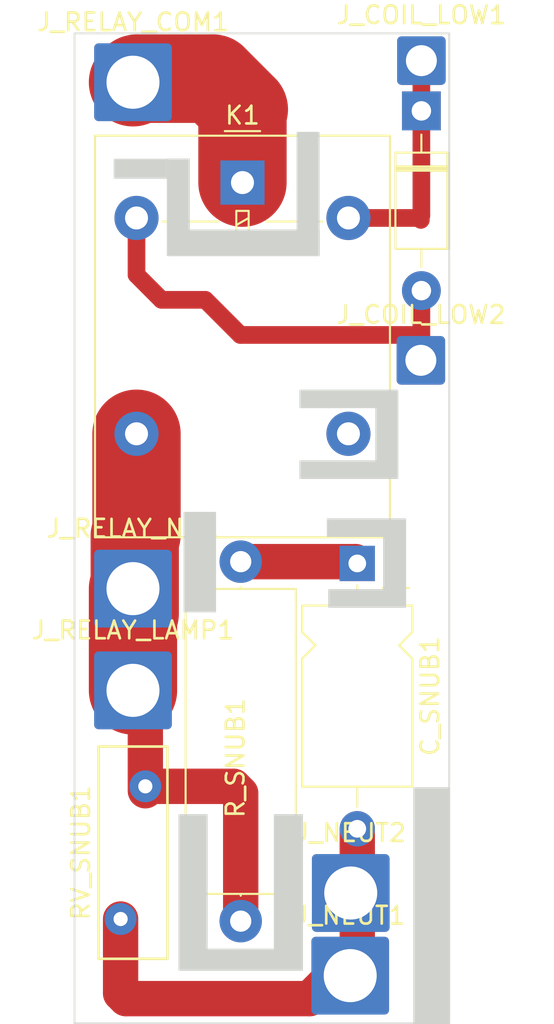
<source format=kicad_pcb>
(kicad_pcb (version 20240108) (generator "pcbnew") (generator_version "8.0")
  (layers (0 "F.Cu" signal) (31 "B.Cu" signal) (34 "B.Paste" user) (35 "F.Paste" user) (36 "B.SilkS" user "B.Silkscreen") (37 "F.SilkS" user "F.Silkscreen") (38 "B.Mask" user) (39 "F.Mask" user) (44 "Edge.Cuts" user))
  (net 0 "")
  (net 1 "+5V")
  (net 2 "Net-(D1-A)")
  (net 3 "Net-(J_RELAY_COM1-Pin_1)")
  (net 4 "Net-(J_RELAY_LAMP1-Pin_1)")
  (net 6 "Net-(C_SNUB1-Pad1)")
  (net 7 "NEUT")
  (footprint "Connector_Wire:SolderWire-1sqmm_1x01_D1.4mm_OD2.7mm" (layer "F.Cu") (at 18.98 1.6)
    (property "Reference" "J_COIL_LOW1" (at 0 -2.58 0) (layer "F.SilkS"))
    (property "Value" "Conn_01x01_Socket")
    (pad "1" thru_hole roundrect (at 0 0) (size 2.75 2.75) (drill 1.75) (layers "*.Cu" "*.Mask") (roundrect_rratio 0.090909) (net 1 "+5V"))
  )
  (footprint "Capacitor_THT:CP_Axial_L10.0mm_D6.0mm_P15.00mm_Horizontal" (layer "F.Cu") (at 15.35 30.02 -90)
    (property "Reference" "C_SNUB1" (at 7.5 -4.12 90) (layer "F.SilkS"))
    (property "Value" "C")
    (fp_line (start 2.38 3.12) (end 3.88 3.12) (stroke (width 0.12)) (layer "F.SilkS"))
    (fp_line (start 3.88 3.12) (end 4.63 2.37) (stroke (width 0.12)) (layer "F.SilkS"))
    (fp_line (start 5.38 3.12) (end 12.62 3.12) (stroke (width 0.12)) (layer "F.SilkS"))
    (fp_line (start 4.63 2.37) (end 5.38 3.12) (stroke (width 0.12)) (layer "F.SilkS"))
    (fp_line (start 1.24 0) (end 2.38 0) (stroke (width 0.12)) (layer "F.SilkS"))
    (fp_line (start 13.76 0) (end 12.62 0) (stroke (width 0.12)) (layer "F.SilkS"))
    (fp_line (start 0.63 -2.2) (end 2.13 -2.2) (stroke (width 0.12)) (layer "F.SilkS"))
    (fp_line (start 4.63 -2.37) (end 5.38 -3.12) (stroke (width 0.12)) (layer "F.SilkS"))
    (fp_line (start 1.38 -2.95) (end 1.38 -1.45) (stroke (width 0.12)) (layer "F.SilkS"))
    (fp_line (start 2.38 -3.12) (end 2.38 3.12) (stroke (width 0.12)) (layer "F.SilkS"))
    (fp_line (start 2.38 -3.12) (end 3.88 -3.12) (stroke (width 0.12)) (layer "F.SilkS"))
    (fp_line (start 3.88 -3.12) (end 4.63 -2.37) (stroke (width 0.12)) (layer "F.SilkS"))
    (fp_line (start 5.38 -3.12) (end 12.62 -3.12) (stroke (width 0.12)) (layer "F.SilkS"))
    (fp_line (start 12.62 -3.12) (end 12.62 3.12) (stroke (width 0.12)) (layer "F.SilkS"))
    (pad "1" thru_hole rect (at 0 0 270) (size 2 2) (drill 1) (layers "*.Cu" "*.Mask") (net 6 "Net-(C_SNUB1-Pad1)"))
    (pad "2" thru_hole oval (at 15 0 270) (size 2 2) (drill 1) (layers "*.Cu" "*.Mask") (net 7 "NEUT"))
  )
  (footprint "Relay_THT:Relay_SPDT_Omron-G5LE-1" (layer "F.Cu") (at 8.85 8.4925)
    (property "Reference" "K1" (at 0 -3.8 0) (layer "F.SilkS"))
    (property "Value" "G5LE-1")
    (fp_line (start -8.35 -2.65) (end -8.35 20.05) (stroke (width 0.12)) (layer "F.SilkS"))
    (fp_line (start -8.35 20.05) (end 8.35 20.05) (stroke (width 0.12)) (layer "F.SilkS"))
    (fp_line (start -4.5 2.2) (end -1.35 2.2) (stroke (width 0.12)) (layer "F.SilkS"))
    (fp_line (start -1 -2.91) (end 1 -2.91) (stroke (width 0.12)) (layer "F.SilkS"))
    (fp_line (start -0.35 1.6) (end -0.35 2.8) (stroke (width 0.12)) (layer "F.SilkS"))
    (fp_line (start -0.35 2.4) (end 0.35 2) (stroke (width 0.12)) (layer "F.SilkS"))
    (fp_line (start -0.35 2.8) (end 0.35 2.8) (stroke (width 0.12)) (layer "F.SilkS"))
    (fp_line (start 0.35 1.6) (end -0.35 1.6) (stroke (width 0.12)) (layer "F.SilkS"))
    (fp_line (start 0.35 2.8) (end 0.35 1.6) (stroke (width 0.12)) (layer "F.SilkS"))
    (fp_line (start 1.35 2.2) (end 4.5 2.2) (stroke (width 0.12)) (layer "F.SilkS"))
    (fp_line (start 8.35 -2.65) (end -8.35 -2.65) (stroke (width 0.12)) (layer "F.SilkS"))
    (fp_line (start 8.35 20.05) (end 8.35 -2.65) (stroke (width 0.12)) (layer "F.SilkS"))
    (pad "1" thru_hole rect (at 0 0) (size 2.5 2.5) (drill 1.3) (layers "*.Cu" "*.Mask") (net 3 "Net-(J_RELAY_COM1-Pin_1)"))
    (pad "2" thru_hole oval (at -6 2) (size 2.5 2.5) (drill 1.3) (layers "*.Cu" "*.Mask") (net 2 "Net-(D1-A)"))
    (pad "3" thru_hole oval (at -6 14.2) (size 2.5 2.5) (drill 1.3) (layers "*.Cu" "*.Mask") (net 4 "Net-(J_RELAY_LAMP1-Pin_1)"))
    (pad "4" thru_hole oval (at 6 14.2) (size 2.5 2.5) (drill 1.3) (layers "*.Cu" "*.Mask"))
    (pad "5" thru_hole oval (at 6 2) (size 2.5 2.5) (drill 1.3) (layers "*.Cu" "*.Mask") (net 1 "+5V"))
  )
  (footprint "Connector_Wire:SolderWire-2.5sqmm_1x01_D2.4mm_OD4.4mm" (layer "F.Cu") (at 2.65 2.82)
    (property "Reference" "J_RELAY_COM1" (at 0 -3.4 0) (layer "F.SilkS"))
    (property "Value" "Conn_01x01_Socket")
    (pad "1" thru_hole roundrect (at 0 0) (size 4.4 4.4) (drill 3) (layers "*.Cu" "*.Mask") (roundrect_rratio 0.056818) (net 3 "Net-(J_RELAY_COM1-Pin_1)"))
  )
  (footprint "Diode_THT:D_DO-41_SOD81_P10.16mm_Horizontal" (layer "F.Cu") (at 18.98 4.44 -90)
    (property "Reference" "D1" (hide yes))
    (property "Value" "1N4007")
    (fp_line (start 2.36 1.47) (end 7.8 1.47) (stroke (width 0.12)) (layer "F.SilkS"))
    (fp_line (start 7.8 1.47) (end 7.8 -1.47) (stroke (width 0.12)) (layer "F.SilkS"))
    (fp_line (start 1.34 0) (end 2.36 0) (stroke (width 0.12)) (layer "F.SilkS"))
    (fp_line (start 8.82 0) (end 7.8 0) (stroke (width 0.12)) (layer "F.SilkS"))
    (fp_line (start 2.36 -1.47) (end 2.36 1.47) (stroke (width 0.12)) (layer "F.SilkS"))
    (fp_line (start 3.14 -1.47) (end 3.14 1.47) (stroke (width 0.12)) (layer "F.SilkS"))
    (fp_line (start 3.26 -1.47) (end 3.26 1.47) (stroke (width 0.12)) (layer "F.SilkS"))
    (fp_line (start 3.38 -1.47) (end 3.38 1.47) (stroke (width 0.12)) (layer "F.SilkS"))
    (fp_line (start 7.8 -1.47) (end 2.36 -1.47) (stroke (width 0.12)) (layer "F.SilkS"))
    (pad "1" thru_hole rect (at 0 0 270) (size 2.2 2.2) (drill 1.1) (layers "*.Cu" "*.Mask") (net 1 "+5V"))
    (pad "2" thru_hole oval (at 10.16 0 270) (size 2.2 2.2) (drill 1.1) (layers "*.Cu" "*.Mask") (net 2 "Net-(D1-A)"))
  )
  (footprint "Connector_Wire:SolderWire-2.5sqmm_1x01_D2.4mm_OD4.4mm" (layer "F.Cu") (at 2.65 31.445)
    (property "Reference" "J_RELAY_NO1" (at 0 -3.4 0) (layer "F.SilkS"))
    (property "Value" "Conn_01x01_Socket")
    (pad "1" thru_hole roundrect (at 0 0) (size 4.4 4.4) (drill 3) (layers "*.Cu" "*.Mask") (roundrect_rratio 0.056818) (net 4 "Net-(J_RELAY_LAMP1-Pin_1)"))
  )
  (footprint "Connector_Wire:SolderWire-2.5sqmm_1x01_D2.4mm_OD4.4mm" (layer "F.Cu") (at 14.95 53.32)
    (property "Reference" "J_NEUT1" (at 0 -3.4 0) (layer "F.SilkS"))
    (property "Value" "Conn_01x01_Socket" (hide yes))
    (pad "1" thru_hole roundrect (at 0 0) (size 4.4 4.4) (drill 3) (layers "*.Cu" "*.Mask") (roundrect_rratio 0.056818) (net 7 "NEUT"))
  )
  (footprint "Connector_Wire:SolderWire-2.5sqmm_1x01_D2.4mm_OD4.4mm" (layer "F.Cu") (at 14.98 48.65)
    (property "Reference" "J_NEUT2" (at 0 -3.4 0) (layer "F.SilkS"))
    (property "Value" "Conn_01x01_Socket" (hide yes))
    (pad "1" thru_hole roundrect (at 0 0) (size 4.4 4.4) (drill 3) (layers "*.Cu" "*.Mask") (roundrect_rratio 0.056818) (net 7 "NEUT"))
  )
  (footprint "Resistor_THT:R_Axial_DIN0617_L17.0mm_D6.0mm_P20.32mm_Horizontal" (layer "F.Cu") (at 8.75 50.24 90)
    (property "Reference" "R_SNUB1" (at 9.22 -0.3 90) (layer "F.SilkS"))
    (property "Value" "R")
    (fp_line (start 18.78 -3.12) (end 1.54 -3.12) (stroke (width 0.12)) (layer "F.SilkS"))
    (fp_line (start 1.54 -3.12) (end 1.54 3.12) (stroke (width 0.12)) (layer "F.SilkS"))
    (fp_line (start 18.88 0) (end 18.78 0) (stroke (width 0.12)) (layer "F.SilkS"))
    (fp_line (start 1.44 0) (end 1.54 0) (stroke (width 0.12)) (layer "F.SilkS"))
    (fp_line (start 18.78 3.12) (end 18.78 -3.12) (stroke (width 0.12)) (layer "F.SilkS"))
    (fp_line (start 1.54 3.12) (end 18.78 3.12) (stroke (width 0.12)) (layer "F.SilkS"))
    (pad "1" thru_hole circle (at 0 0 90) (size 2.4 2.4) (drill 1.2) (layers "*.Cu" "*.Mask") (net 4 "Net-(J_RELAY_LAMP1-Pin_1)"))
    (pad "2" thru_hole oval (at 20.32 0 90) (size 2.4 2.4) (drill 1.2) (layers "*.Cu" "*.Mask") (net 6 "Net-(C_SNUB1-Pad1)"))
  )
  (footprint "Varistor:RV_Disc_D12mm_W3.9mm_P7.5mm" (layer "F.Cu") (at 3.35 42.62 -90)
    (property "Reference" "RV_SNUB1" (at 3.75 3.65 90) (layer "F.SilkS"))
    (property "Value" "Varistor")
    (fp_line (start -2.25 2.65) (end 9.75 2.65) (stroke (width 0.15)) (layer "F.SilkS"))
    (fp_line (start -2.25 -1.25) (end -2.25 2.65) (stroke (width 0.15)) (layer "F.SilkS"))
    (fp_line (start -2.25 -1.25) (end 9.75 -1.25) (stroke (width 0.15)) (layer "F.SilkS"))
    (fp_line (start 9.75 -1.25) (end 9.75 2.65) (stroke (width 0.15)) (layer "F.SilkS"))
    (pad "1" thru_hole circle (at 0 0 270) (size 1.8 1.8) (drill 0.8) (layers "*.Cu" "*.Mask") (net 4 "Net-(J_RELAY_LAMP1-Pin_1)"))
    (pad "2" thru_hole circle (at 7.5 1.4 270) (size 1.8 1.8) (drill 0.8) (layers "*.Cu" "*.Mask") (net 7 "NEUT"))
  )
  (footprint "Connector_Wire:SolderWire-1sqmm_1x01_D1.4mm_OD2.7mm" (layer "F.Cu") (at 18.95 18.54)
    (property "Reference" "J_COIL_LOW2" (at 0 -2.58 0) (layer "F.SilkS"))
    (property "Value" "Conn_01x01_Socket")
    (pad "1" thru_hole roundrect (at 0 0) (size 2.75 2.75) (drill 1.75) (layers "*.Cu" "*.Mask") (roundrect_rratio 0.090909) (net 2 "Net-(D1-A)"))
  )
  (footprint "Connector_Wire:SolderWire-2.5sqmm_1x01_D2.4mm_OD4.4mm" (layer "F.Cu") (at 2.65 37.195)
    (property "Reference" "J_RELAY_LAMP1" (at 0 -3.4 0) (layer "F.SilkS"))
    (property "Value" "Conn_01x01_Socket")
    (pad "1" thru_hole roundrect (at 0 0) (size 4.4 4.4) (drill 3) (layers "*.Cu" "*.Mask") (roundrect_rratio 0.056818) (net 4 "Net-(J_RELAY_LAMP1-Pin_1)"))
  )
  (gr_rect (start 4.59 7.16) (end 5.84 12.62) (stroke (width 0.05)) (fill solid) (layer "Edge.Cuts"))
  (gr_rect (start 18.55 42.7) (end 20.55 56) (stroke (width 0.05)) (fill solid) (layer "Edge.Cuts"))
  (gr_rect (start -0.66 0.06) (end 20.56 56.02) (stroke (width 0.1)) (fill none) (layer "Edge.Cuts"))
  (gr_rect (start 12.1 24.22) (end 16.4 25.22) (stroke (width 0.05)) (fill solid) (layer "Edge.Cuts"))
  (gr_rect (start 5.25 51.82) (end 12.25 53.02) (stroke (width 0.05)) (fill solid) (layer "Edge.Cuts"))
  (gr_rect (start 11.94 5.65) (end 13.19 12.6) (stroke (width 0.05)) (fill solid) (layer "Edge.Cuts"))
  (gr_rect (start 13.65 27.5) (end 16.84 28.5) (stroke (width 0.05)) (fill solid) (layer "Edge.Cuts"))
  (gr_rect (start 16.4 20.22) (end 17.65 25.22) (stroke (width 0.05)) (fill solid) (layer "Edge.Cuts"))
  (gr_rect (start 10.65 44.22) (end 12.25 51.82) (stroke (width 0.05)) (fill solid) (layer "Edge.Cuts"))
  (gr_rect (start 16.84 27.5) (end 18.09 32.5) (stroke (width 0.05)) (fill solid) (layer "Edge.Cuts"))
  (gr_rect (start 1.58 7.17) (end 4.54 8.25) (stroke (width 0.05)) (fill solid) (layer "Edge.Cuts"))
  (gr_rect (start 5.25 44.22) (end 6.85 51.82) (stroke (width 0.05)) (fill solid) (layer "Edge.Cuts"))
  (gr_rect (start 5.54 27.13) (end 7.33 32.76) (stroke (width 0.05)) (fill solid) (layer "Edge.Cuts"))
  (gr_rect (start 12.1 20.22) (end 16.4 21.22) (stroke (width 0.05)) (fill solid) (layer "Edge.Cuts"))
  (gr_rect (start 13.73 31.5) (end 16.84 32.5) (stroke (width 0.05)) (fill solid) (layer "Edge.Cuts"))
  (gr_rect (start 4.635 11.17) (end 13.195 12.63) (stroke (width 0.05)) (fill solid) (layer "Edge.Cuts"))
  (segment (start 18.09 10.4925) (end 18.84 10.4925) (width 1) (layer "F.Cu") (net 1))
  (segment (start 18.98 4.44) (end 18.98 1.91) (width 1) (layer "F.Cu") (net 1))
  (segment (start 18.98 4.44) (end 18.98 10.3525) (width 1) (layer "F.Cu") (net 1))
  (segment (start 18.98 10.3525) (end 18.84 10.4925) (width 1) (layer "F.Cu") (net 1))
  (segment (start 14.85 10.4925) (end 18.09 10.4925) (width 1) (layer "F.Cu") (net 1))
  (segment (start 18.95 10.6025) (end 18.84 10.4925) (width 1) (layer "F.Cu") (net 1))
  (segment (start 18.98 14.6) (end 18.98 16.72) (width 1) (layer "F.Cu") (net 2))
  (segment (start 2.85 13.704214) (end 4.265786 15.12) (width 1) (layer "F.Cu") (net 2))
  (segment (start 18.98 17.105) (end 18.95 17.135) (width 1) (layer "F.Cu") (net 2))
  (segment (start 2.85 10.4925) (end 2.85 13.704214) (width 1) (layer "F.Cu") (net 2))
  (segment (start 4.265786 15.12) (end 6.745 15.12) (width 1) (layer "F.Cu") (net 2))
  (segment (start 8.73 17.105) (end 18.98 17.105) (width 1) (layer "F.Cu") (net 2))
  (segment (start 18.98 16.72) (end 18.98 17.105) (width 1) (layer "F.Cu") (net 2))
  (segment (start 18.95 17.135) (end 18.95 18.54) (width 1) (layer "F.Cu") (net 2))
  (segment (start 6.745 15.12) (end 8.73 17.105) (width 1) (layer "F.Cu") (net 2))
  (segment (start 8.85 8.4925) (end 8.85 4.427359) (width 5) (layer "F.Cu") (net 3))
  (segment (start 2.85 2.62) (end 7.192641 2.62) (width 5) (layer "F.Cu") (net 3))
  (segment (start 2.65 2.82) (end 2.85 2.62) (width 5) (layer "F.Cu") (net 3))
  (segment (start 7.192641 2.62) (end 8.925 4.352359) (width 5) (layer "F.Cu") (net 3))
  (segment (start 8.925 4.352359) (end 8.85 4.427359) (width 5) (layer "F.Cu") (net 3))
  (segment (start 2.65 31.445) (end 2.65 37.195) (width 5) (layer "F.Cu") (net 4))
  (segment (start 8.75 43.02) (end 8.75 50.24) (width 2) (layer "F.Cu") (net 4))
  (segment (start 2.75 32.845) (end 2.75 28.4925) (width 5) (layer "F.Cu") (net 4))
  (segment (start 8.35 42.62) (end 8.75 43.02) (width 2) (layer "F.Cu") (net 4))
  (segment (start 3.35 42.62) (end 8.35 42.62) (width 2) (layer "F.Cu") (net 4))
  (segment (start 2.75 28.4925) (end 2.85 28.3925) (width 5) (layer "F.Cu") (net 4))
  (segment (start 3.1 22.015) (end 3.1 23.782766) (width 1) (layer "F.Cu") (net 4))
  (segment (start 3.35 42.87) (end 3.35 37.895) (width 2) (layer "F.Cu") (net 4))
  (segment (start 3.35 37.895) (end 2.65 37.195) (width 2) (layer "F.Cu") (net 4))
  (segment (start 2.85 28.3925) (end 2.85 22.6925) (width 5) (layer "F.Cu") (net 4))
  (segment (start 15.25 29.92) (end 15.35 30.02) (width 2) (layer "F.Cu") (net 6))
  (segment (start 15.05 30.02) (end 15.15 30.12) (width 1) (layer "F.Cu") (net 6))
  (segment (start 8.75 29.92) (end 15.25 29.92) (width 2) (layer "F.Cu") (net 6))
  (segment (start 15.35 52.92) (end 14.95 53.32) (width 2) (layer "F.Cu") (net 7))
  (segment (start 1.95 50.12) (end 1.95 54.32) (width 2) (layer "F.Cu") (net 7))
  (segment (start 1.95 54.32) (end 2.25 54.62) (width 2) (layer "F.Cu") (net 7))
  (segment (start 15.35 45.02) (end 15.35 52.92) (width 2) (layer "F.Cu") (net 7))
  (segment (start 2.25 54.62) (end 12.65 54.62) (width 2) (layer "F.Cu") (net 7))
  (segment (start 12.65 54.62) (end 13.75 53.52) (width 2) (layer "F.Cu") (net 7))
)
</source>
